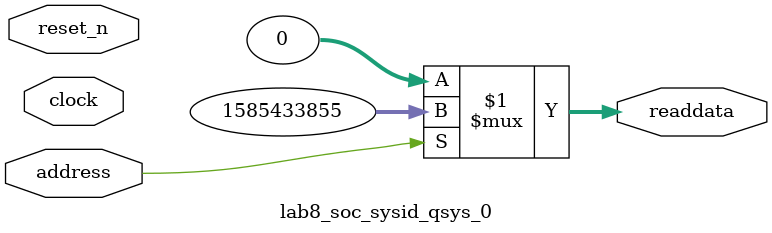
<source format=v>



// synthesis translate_off
`timescale 1ns / 1ps
// synthesis translate_on

// turn off superfluous verilog processor warnings 
// altera message_level Level1 
// altera message_off 10034 10035 10036 10037 10230 10240 10030 

module lab8_soc_sysid_qsys_0 (
               // inputs:
                address,
                clock,
                reset_n,

               // outputs:
                readdata
             )
;

  output  [ 31: 0] readdata;
  input            address;
  input            clock;
  input            reset_n;

  wire    [ 31: 0] readdata;
  //control_slave, which is an e_avalon_slave
  assign readdata = address ? 1585433855 : 0;

endmodule



</source>
